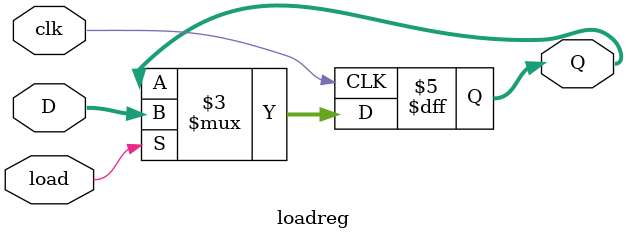
<source format=v>
`timescale 1ns / 1ps
module loadreg(
    input clk, load,     
    input [15:0]D,     
    output reg [15:0]Q); 
    
    initial  Q = 0;
    always @(posedge clk) begin     
        if(load) 
            Q <= D;  
    end 
        
    endmodule 

</source>
